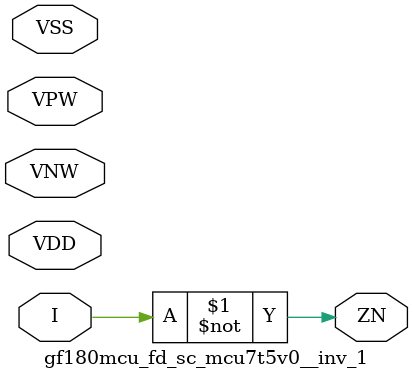
<source format=sv>

module gf180mcu_fd_sc_mcu7t5v0__inv_1 (I, ZN, VDD, VNW, VPW, VSS);
  input  I;
  output ZN;
  inout  VDD;
  inout  VNW;
  inout  VPW;
  inout  VSS;
  // Functional behavior with power awareness
  assign ZN =  ~I;

  // Optional timing (edit tplh/tphl as needed)
endmodule


</source>
